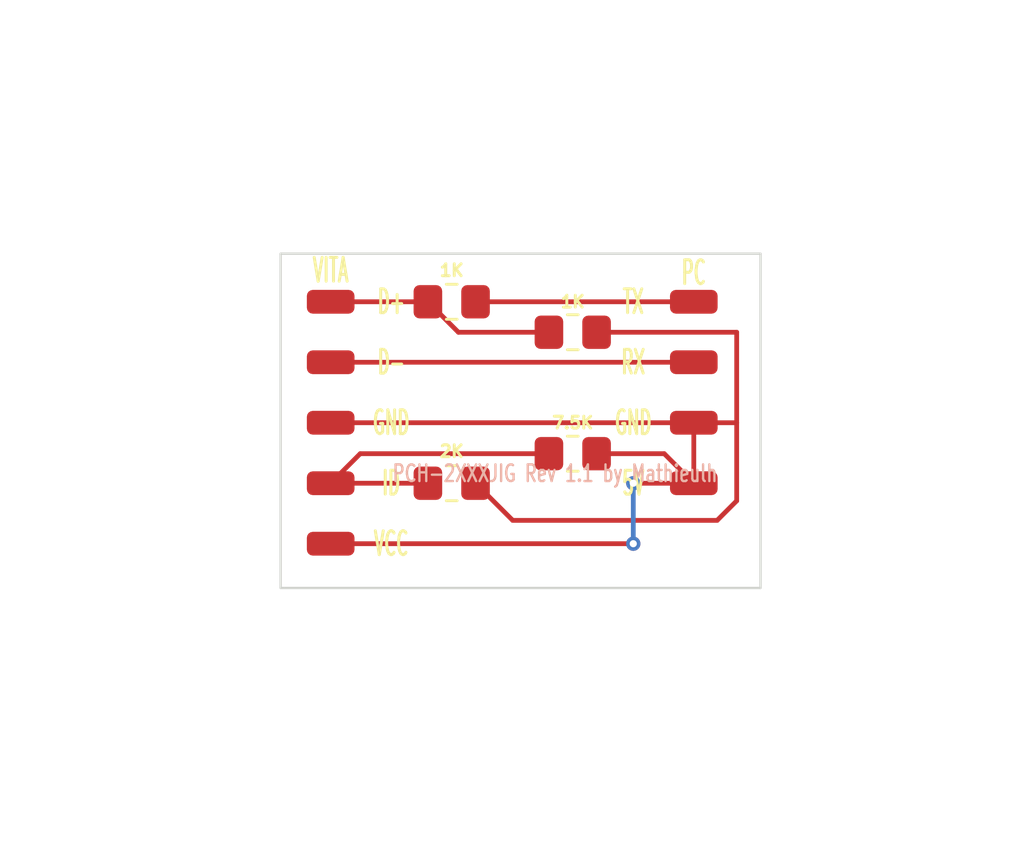
<source format=kicad_pcb>
(kicad_pcb (version 20221018) (generator pcbnew)
  (layers (0 "F.Cu" signal) (31 "B.Cu" signal) (34 "B.Paste" user) (35 "F.Paste" user) (36 "B.SilkS" user "B.Silkscreen") (37 "F.SilkS" user "F.Silkscreen") (38 "B.Mask" user) (39 "F.Mask" user) (44 "Edge.Cuts" user))
  (net 0 "")
  (footprint "Connector_Wire:SolderWirePad_1x01_SMD_1x2mm" (layer "F.Cu") (at 60.96 43.18 -90)
    (fp_text reference "REF**" hide)
    (fp_text value "SolderWirePad_1x01_SMD_1x2mm")
    (pad "5" smd roundrect (at 0 0 270) (size 1 2) (layers "F.Cu" "F.Paste" "F.Mask"))
  )
  (footprint "Resistor_SMD:R_0805_2012Metric_Pad1.20x1.40mm_HandSolder" (layer "F.Cu") (at 71.12 39.4)
    (fp_text reference "REF**" hide)
    (fp_text value "R_0805_2012Metric_Pad1.20x1.40mm_HandSolder")
    (fp_line (start -0.227064 -0.735) (end 0.227064 -0.735) (stroke (width 0.12)) (layer "F.SilkS"))
    (fp_line (start -0.227064 0.735) (end 0.227064 0.735) (stroke (width 0.12)) (layer "F.SilkS"))
    (pad "1" smd roundrect (at -1 0) (size 1.2 1.4) (layers "F.Cu" "F.Paste" "F.Mask") (roundrect_rratio 0.2083333333))
    (pad "2" smd roundrect (at 1 0) (size 1.2 1.4) (layers "F.Cu" "F.Paste" "F.Mask") (roundrect_rratio 0.2083333333))
  )
  (footprint "Connector_Wire:SolderWirePad_1x01_SMD_1x2mm" (layer "F.Cu") (at 60.96 38.1 -90)
    (fp_text reference "REF**" hide)
    (fp_text value "SolderWirePad_1x01_SMD_1x2mm")
    (pad "3" smd roundrect (at 0 0 270) (size 1 2) (layers "F.Cu" "F.Paste" "F.Mask"))
  )
  (footprint "Connector_Wire:SolderWirePad_1x01_SMD_1x2mm" (layer "F.Cu") (at 60.96 40.64 -90)
    (fp_text reference "REF**" hide)
    (fp_text value "SolderWirePad_1x01_SMD_1x2mm")
    (pad "4" smd roundrect (at 0 0 270) (size 1 2) (layers "F.Cu" "F.Paste" "F.Mask"))
  )
  (footprint "Connector_Wire:SolderWirePad_1x01_SMD_1x2mm" (layer "F.Cu") (at 76.2 40.64 -90)
    (fp_text reference "REF**" hide)
    (fp_text value "SolderWirePad_1x01_SMD_1x2mm")
    (pad "9" smd roundrect (at 0 0 270) (size 1 2) (layers "F.Cu" "F.Paste" "F.Mask"))
  )
  (footprint "Connector_Wire:SolderWirePad_1x01_SMD_1x2mm" (layer "F.Cu") (at 76.2 35.56 -90)
    (fp_text reference "REF**" hide)
    (fp_text value "SolderWirePad_1x01_SMD_1x2mm")
    (pad "7" smd roundrect (at 0 0 270) (size 1 2) (layers "F.Cu" "F.Paste" "F.Mask"))
  )
  (footprint "Connector_Wire:SolderWirePad_1x01_SMD_1x2mm" (layer "F.Cu") (at 60.96 33.02 -90)
    (fp_text reference "REF**" hide)
    (fp_text value "SolderWirePad_1x01_SMD_1x2mm")
    (pad "1" smd roundrect (at 0 0 270) (size 1 2) (layers "F.Cu" "F.Paste" "F.Mask"))
  )
  (footprint "Connector_Wire:SolderWirePad_1x01_SMD_1x2mm" (layer "F.Cu") (at 76.2 33.02 -90)
    (fp_text reference "REF**" hide)
    (fp_text value "SolderWirePad_1x01_SMD_1x2mm")
    (pad "6" smd roundrect (at 0 0 270) (size 1 2) (layers "F.Cu" "F.Paste" "F.Mask"))
  )
  (footprint "Resistor_SMD:R_0805_2012Metric_Pad1.20x1.40mm_HandSolder" (layer "F.Cu") (at 71.12 34.3)
    (fp_text reference "REF**" hide)
    (fp_text value "R_0805_2012Metric_Pad1.20x1.40mm_HandSolder")
    (fp_line (start -0.227064 -0.735) (end 0.227064 -0.735) (stroke (width 0.12)) (layer "F.SilkS"))
    (fp_line (start -0.227064 0.735) (end 0.227064 0.735) (stroke (width 0.12)) (layer "F.SilkS"))
    (pad "1" smd roundrect (at -1 0) (size 1.2 1.4) (layers "F.Cu" "F.Paste" "F.Mask") (roundrect_rratio 0.2083333333))
    (pad "2" smd roundrect (at 1 0) (size 1.2 1.4) (layers "F.Cu" "F.Paste" "F.Mask") (roundrect_rratio 0.2083333333))
  )
  (footprint "Resistor_SMD:R_0805_2012Metric_Pad1.20x1.40mm_HandSolder" (layer "F.Cu") (at 66.04 33.02)
    (fp_text reference "REF**" hide)
    (fp_text value "R_0805_2012Metric_Pad1.20x1.40mm_HandSolder")
    (fp_line (start -0.227064 -0.735) (end 0.227064 -0.735) (stroke (width 0.12)) (layer "F.SilkS"))
    (fp_line (start -0.227064 0.735) (end 0.227064 0.735) (stroke (width 0.12)) (layer "F.SilkS"))
    (pad "1" smd roundrect (at -1 0) (size 1.2 1.4) (layers "F.Cu" "F.Paste" "F.Mask") (roundrect_rratio 0.2083333333))
    (pad "2" smd roundrect (at 1 0) (size 1.2 1.4) (layers "F.Cu" "F.Paste" "F.Mask") (roundrect_rratio 0.2083333333))
  )
  (footprint "Resistor_SMD:R_0805_2012Metric_Pad1.20x1.40mm_HandSolder" (layer "F.Cu") (at 66.04 40.64)
    (fp_text reference "REF**" hide)
    (fp_text value "R_0805_2012Metric_Pad1.20x1.40mm_HandSolder")
    (fp_line (start -0.227064 -0.735) (end 0.227064 -0.735) (stroke (width 0.12)) (layer "F.SilkS"))
    (fp_line (start -0.227064 0.735) (end 0.227064 0.735) (stroke (width 0.12)) (layer "F.SilkS"))
    (pad "1" smd roundrect (at -1 0) (size 1.2 1.4) (layers "F.Cu" "F.Paste" "F.Mask") (roundrect_rratio 0.2083333333))
    (pad "2" smd roundrect (at 1 0) (size 1.2 1.4) (layers "F.Cu" "F.Paste" "F.Mask") (roundrect_rratio 0.2083333333))
  )
  (footprint "Connector_Wire:SolderWirePad_1x01_SMD_1x2mm" (layer "F.Cu") (at 60.96 35.56 -90)
    (fp_text reference "REF**" hide)
    (fp_text value "SolderWirePad_1x01_SMD_1x2mm")
    (pad "2" smd roundrect (at 0 0 270) (size 1 2) (layers "F.Cu" "F.Paste" "F.Mask"))
  )
  (footprint "Connector_Wire:SolderWirePad_1x01_SMD_1x2mm" (layer "F.Cu") (at 76.2 38.1 -90)
    (fp_text reference "REF**" hide)
    (fp_text value "SolderWirePad_1x01_SMD_1x2mm")
    (pad "8" smd roundrect (at 0 0 270) (size 1 2) (layers "F.Cu" "F.Paste" "F.Mask"))
  )
  (gr_rect (start 58.86 31) (end 79 45.04) (stroke (width 0.1)) (fill none) (layer "Edge.Cuts"))
  (gr_text "PCH-2XXXJIG Rev 1.1 by Mathieulh" (at 63.5 40.64) (layer "B.SilkS") (effects (font (size 0.7 0.5) (thickness 0.1) bold) (justify left bottom)))
  (gr_text "TX" (at 73.66 33.02) (layer "F.SilkS") (effects (font (size 1 0.5))))
  (gr_text "PC" (at 76.2 31.8) (layer "F.SilkS") (effects (font (size 1 0.5))))
  (gr_text "2K" (at 66.04 39.3) (layer "F.SilkS") (effects (font (size 0.5 0.5))))
  (gr_text "D-" (at 63.5 35.56) (layer "F.SilkS") (effects (font (size 1 0.5))))
  (gr_text "VITA" (at 60.96 31.7) (layer "F.SilkS") (effects (font (size 1 0.5))))
  (gr_text "5V" (at 73.66 40.64) (layer "F.SilkS") (effects (font (size 1 0.5) (thickness 0.2))))
  (gr_text "RX" (at 73.66 35.56) (layer "F.SilkS") (effects (font (size 1 0.5))))
  (gr_text "1K" (at 71.12 33.02) (layer "F.SilkS") (effects (font (size 0.5 0.5))))
  (gr_text "D+" (at 63.5 33.02) (layer "F.SilkS") (effects (font (size 1 0.5))))
  (gr_text "GND" (at 73.66 38.1) (layer "F.SilkS") (effects (font (size 1 0.5))))
  (gr_text "1K" (at 66.04 31.7) (layer "F.SilkS") (effects (font (size 0.5 0.5))))
  (gr_text "GND" (at 63.5 38.1) (layer "F.SilkS") (effects (font (size 1 0.5))))
  (gr_text "VCC" (at 63.5 43.18) (layer "F.SilkS") (effects (font (size 1 0.5))))
  (gr_text "ID" (at 63.5 40.64) (layer "F.SilkS") (effects (font (size 1 0.5))))
  (gr_text "7.5K" (at 71.12 38.1) (layer "F.SilkS") (effects (font (size 0.5 0.5))))
  (segment (start 78 38.1) (end 76.2 38.1) (width 0.2) (layer "F.Cu") (net 0))
  (segment (start 76.2 38.1) (end 76.2 40.64) (width 0.2) (layer "F.Cu") (net 0))
  (segment (start 72.12 39.4) (end 74.96 39.4) (width 0.2) (layer "F.Cu") (net 0))
  (segment (start 73.66 40.64) (end 76.2 40.64) (width 0.2) (layer "F.Cu") (net 0))
  (segment (start 67.04 33.02) (end 76.2 33.02) (width 0.2) (layer "F.Cu") (net 0))
  (segment (start 60.96 38.1) (end 76.2 38.1) (width 0.2) (layer "F.Cu") (net 0))
  (segment (start 78 34.3) (end 78 38.1) (width 0.2) (layer "F.Cu") (net 0))
  (segment (start 60.96 40.64) (end 62.2 39.4) (width 0.2) (layer "F.Cu") (net 0))
  (segment (start 60.96 40.64) (end 65.04 40.64) (width 0.2) (layer "F.Cu") (net 0))
  (segment (start 62.2 39.4) (end 70.12 39.4) (width 0.2) (layer "F.Cu") (net 0))
  (segment (start 60.96 35.56) (end 76.2 35.56) (width 0.2) (layer "F.Cu") (net 0))
  (segment (start 70.12 34.3) (end 66.32 34.3) (width 0.2) (layer "F.Cu") (net 0))
  (segment (start 68.6 42.2) (end 67.04 40.64) (width 0.2) (layer "F.Cu") (net 0))
  (segment (start 72.12 34.3) (end 78 34.3) (width 0.2) (layer "F.Cu") (net 0))
  (segment (start 60.96 43.18) (end 73.66 43.18) (width 0.2) (layer "F.Cu") (net 0))
  (segment (start 60.96 33.02) (end 65.04 33.02) (width 0.2) (layer "F.Cu") (net 0))
  (segment (start 78 41.38) (end 77.18 42.2) (width 0.2) (layer "F.Cu") (net 0))
  (segment (start 74.96 39.4) (end 76.2 40.64) (width 0.2) (layer "F.Cu") (net 0))
  (segment (start 78 38.1) (end 78 41.38) (width 0.2) (layer "F.Cu") (net 0))
  (segment (start 66.32 34.3) (end 65.04 33.02) (width 0.2) (layer "F.Cu") (net 0))
  (segment (start 77.18 42.2) (end 68.6 42.2) (width 0.2) (layer "F.Cu") (net 0))
  (via (at 73.66 40.64) (size 0.6) (drill 0.3) (layers "F.Cu" "B.Cu") (net 0))
  (via (at 73.66 43.18) (size 0.6) (drill 0.3) (layers "F.Cu" "B.Cu") (net 0))
  (segment (start 73.66 43.18) (end 73.66 40.64) (width 0.2) (layer "B.Cu") (net 0))
)
</source>
